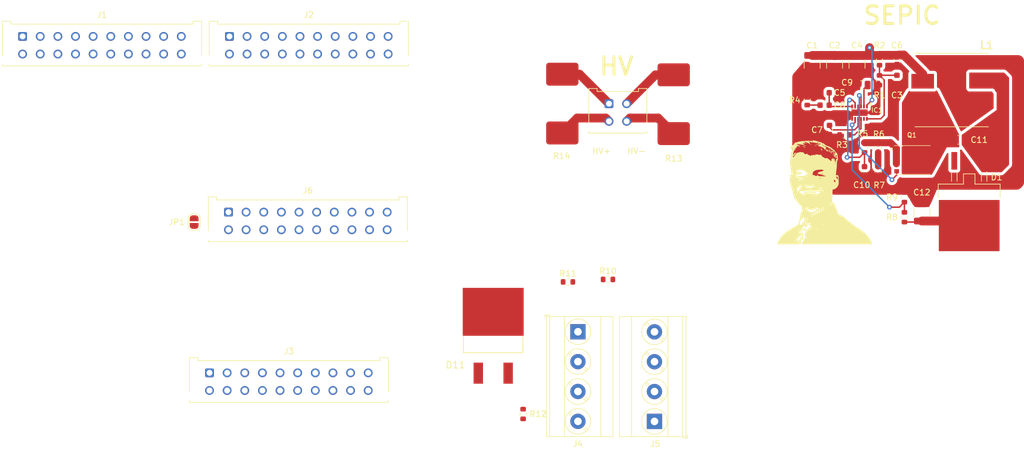
<source format=kicad_pcb>
(kicad_pcb (version 20211014) (generator pcbnew)
  (layers (0 "F.Cu" signal) (31 "B.Cu" signal) (34 "B.Paste" user) (35 "F.Paste" user) (36 "B.SilkS" user "B.Silkscreen") (37 "F.SilkS" user "F.Silkscreen") (38 "B.Mask" user) (39 "F.Mask" user) (44 "Edge.Cuts" user))
  (net 0 "")
  (net 1 "Net-(C9-Pad2)")
  (net 2 "Net-(IC1-Pad3)")
  (net 3 "GND")
  (net 4 "Net-(C10-Pad2)")
  (net 5 "/SEPIC/COMP")
  (net 6 "/SEPIC/FB")
  (net 7 "/SEPIC/SS")
  (net 8 "/SEPIC/RT")
  (net 10 "/SEPIC/UVLO")
  (net 11 "SEPIC_out")
  (net 12 "Net-(Q1-Pad1)")
  (net 13 "Net-(C11-Pad2)")
  (net 14 "RST_out")
  (net 15 "BYP_out")
  (net 16 "CHRG_in")
  (net 17 "Net-(C8-Pad2)")
  (net 18 "Net-(R6-Pad2)")
  (net 19 "Net-(C11-Pad1)")
  (net 20 "CANL_VCU1")
  (net 21 "CANH_VCU1")
  (net 22 "EM_12V")
  (net 23 "LV_mastersw_out")
  (net 24 "HV+")
  (net 25 "CANH_EM")
  (net 26 "HV-")
  (net 27 "TSALSafe_pt")
  (net 28 "TSALEnergized_pt")
  (net 29 "CANH_VCU2")
  (net 30 "CANL_VCU2")
  (net 31 "CANH_VCU3")
  (net 32 "CANL_VCU3")
  (net 33 "CANH_VCU4")
  (net 34 "CANL_VCU4")
  (net 35 "CANH_ret_VCU2")
  (net 36 "CANL_ret_VCU2")
  (net 37 "CANH_ret_VCU3")
  (net 38 "CANL_ret_VCU3")
  (net 39 "CANL_EM")
  (net 40 "BSPDTest_in")
  (net 41 "BSPDTest_out")
  (net 42 "VCUWake_out")
  (net 43 "SHDN2_out")
  (net 44 "SHDN2_in")
  (net 45 "Net-(J7-Pad3)")
  (net 46 "Net-(J7-Pad4)")
  (net 47 "LVBAT_in")
  (net 48 "CANH_Tel")
  (net 49 "CANL_Tel")
  (net 50 "CANH_ret_Tel")
  (net 51 "CANL_ret_Tel")
  (net 52 "LVBAT_sw")
  (footprint "Resistor_SMD:R_0603_1608Metric" (layer "F.Cu") (at 136.952 106)
    (fp_text reference "R11" (at 0 -1.43) (layer "F.SilkS"))
    (fp_text value "15k")
    (pad "1" smd roundrect (at -0.825 0) (size 0.8 0.95) (layers "F.Cu" "F.Paste" "F.Mask") (net 14 "RST_out"))
    (pad "2" smd roundrect (at 0.825 0) (size 0.8 0.95) (layers "F.Cu" "F.Paste" "F.Mask") (net 3 "GND"))
  )
  (footprint "Resistor_SMD:R_0603_1608Metric" (layer "F.Cu") (at 189.723 83.1401 -90)
    (fp_text reference "R6" (at -2.280416 -0.116865) (layer "F.SilkS"))
    (fp_text value "4m")
    (pad "1" smd roundrect (at -0.825 0 270) (size 0.8 0.95) (layers "F.Cu" "F.Paste" "F.Mask") (net 12 "Net-(Q1-Pad1)"))
    (pad "2" smd roundrect (at 0.825 0 270) (size 0.8 0.95) (layers "F.Cu" "F.Paste" "F.Mask") (net 18 "Net-(R6-Pad2)"))
  )
  (footprint "Connector_Molex:Molex_Micro-Fit_3.0_43045-2012_2x10_P3.00mm_Vertical" (layer "F.Cu") (at 79.192 94.128)
    (fp_text reference "J6" (at 13.5 -3.67) (layer "F.SilkS"))
    (fp_text value "20-pin MicroFit")
    (pad "" np_thru_hole circle (at -3 3.94) (size 1 1) (drill 1) (layers *.Cu *.Mask))
    (pad "" np_thru_hole circle (at 30 3.94) (size 1 1) (drill 1) (layers *.Cu *.Mask))
    (pad "1" thru_hole roundrect (at 0 0) (size 1.5 1.5) (drill 1) (layers *.Cu *.Mask) (roundrect_rratio 0.166667) (net 22 "EM_12V"))
    (pad "2" thru_hole circle (at 3 0) (size 1.5 1.5) (drill 1) (layers *.Cu *.Mask) (net 3 "GND"))
    (pad "3" thru_hole circle (at 6 0) (size 1.5 1.5) (drill 1) (layers *.Cu *.Mask) (net 25 "CANH_EM"))
    (pad "4" thru_hole circle (at 9 0) (size 1.5 1.5) (drill 1) (layers *.Cu *.Mask) (net 39 "CANL_EM"))
    (pad "5" thru_hole circle (at 12 0) (size 1.5 1.5) (drill 1) (layers *.Cu *.Mask) (net 40 "BSPDTest_in"))
    (pad "6" thru_hole circle (at 15 0) (size 1.5 1.5) (drill 1) (layers *.Cu *.Mask) (net 41 "BSPDTest_out"))
    (pad "7" thru_hole circle (at 18 0) (size 1.5 1.5) (drill 1) (layers *.Cu *.Mask) (net 11 "SEPIC_out"))
    (pad "8" thru_hole circle (at 21 0) (size 1.5 1.5) (drill 1) (layers *.Cu *.Mask) (net 14 "RST_out"))
    (pad "9" thru_hole circle (at 24 0) (size 1.5 1.5) (drill 1) (layers *.Cu *.Mask) (net 16 "CHRG_in"))
    (pad "10" thru_hole circle (at 27 0) (size 1.5 1.5) (drill 1) (layers *.Cu *.Mask) (net 11 "SEPIC_out"))
    (pad "11" thru_hole circle (at 0 3) (size 1.5 1.5) (drill 1) (layers *.Cu *.Mask) (net 42 "VCUWake_out"))
    (pad "12" thru_hole circle (at 3 3) (size 1.5 1.5) (drill 1) (layers *.Cu *.Mask) (net 43 "SHDN2_out"))
    (pad "13" thru_hole circle (at 6 3) (size 1.5 1.5) (drill 1) (layers *.Cu *.Mask) (net 44 "SHDN2_in"))
    (pad "14" thru_hole circle (at 9 3) (size 1.5 1.5) (drill 1) (layers *.Cu *.Mask) (net 20 "CANL_VCU1"))
    (pad "15" thru_hole circle (at 12 3) (size 1.5 1.5) (drill 1) (layers *.Cu *.Mask) (net 21 "CANH_VCU1"))
    (pad "16" thru_hole circle (at 15 3) (size 1.5 1.5) (drill 1) (layers *.Cu *.Mask) (net 3 "GND"))
    (pad "17" thru_hole circle (at 18 3) (size 1.5 1.5) (drill 1) (layers *.Cu *.Mask) (net 3 "GND"))
    (pad "18" thru_hole circle (at 21 3) (size 1.5 1.5) (drill 1) (layers *.Cu *.Mask) (net 3 "GND"))
    (pad "19" thru_hole circle (at 24 3) (size 1.5 1.5) (drill 1) (layers *.Cu *.Mask) (net 3 "GND"))
    (pad "20" thru_hole circle (at 27 3) (size 1.5 1.5) (drill 1) (layers *.Cu *.Mask) (net 3 "GND"))
  )
  (footprint "Connector_Molex:Molex_Micro-Fit_3.0_43045-2012_2x10_P3.00mm_Vertical" (layer "F.Cu") (at 79.356 64.229)
    (fp_text reference "J2" (at 13.5 -3.67) (layer "F.SilkS"))
    (fp_text value "Harness In B")
    (pad "" np_thru_hole circle (at 30 3.94) (size 1 1) (drill 1) (layers *.Cu *.Mask))
    (pad "" np_thru_hole circle (at -3 3.94) (size 1 1) (drill 1) (layers *.Cu *.Mask))
    (pad "1" thru_hole roundrect (at 0 0) (size 1.5 1.5) (drill 1) (layers *.Cu *.Mask) (roundrect_rratio 0.166667) (net 48 "CANH_Tel"))
    (pad "2" thru_hole circle (at 3 0) (size 1.5 1.5) (drill 1) (layers *.Cu *.Mask) (net 49 "CANL_Tel"))
    (pad "3" thru_hole circle (at 6 0) (size 1.5 1.5) (drill 1) (layers *.Cu *.Mask) (net 50 "CANH_ret_Tel"))
    (pad "4" thru_hole circle (at 9 0) (size 1.5 1.5) (drill 1) (layers *.Cu *.Mask) (net 51 "CANL_ret_Tel"))
    (pad "5" thru_hole circle (at 12 0) (size 1.5 1.5) (drill 1) (layers *.Cu *.Mask) (net 21 "CANH_VCU1"))
    (pad "6" thru_hole circle (at 15 0) (size 1.5 1.5) (drill 1) (layers *.Cu *.Mask) (net 20 "CANL_VCU1"))
    (pad "7" thru_hole circle (at 18 0) (size 1.5 1.5) (drill 1) (layers *.Cu *.Mask) (net 29 "CANH_VCU2"))
    (pad "8" thru_hole circle (at 21 0) (size 1.5 1.5) (drill 1) (layers *.Cu *.Mask) (net 30 "CANL_VCU2"))
    (pad "9" thru_hole circle (at 24 0) (size 1.5 1.5) (drill 1) (layers *.Cu *.Mask) (net 31 "CANH_VCU3"))
    (pad "10" thru_hole circle (at 27 0) (size 1.5 1.5) (drill 1) (layers *.Cu *.Mask) (net 32 "CANL_VCU3"))
    (pad "11" thru_hole circle (at 0 3) (size 1.5 1.5) (drill 1) (layers *.Cu *.Mask) (net 33 "CANH_VCU4"))
    (pad "12" thru_hole circle (at 3 3) (size 1.5 1.5) (drill 1) (layers *.Cu *.Mask) (net 34 "CANL_VCU4"))
    (pad "13" thru_hole circle (at 6 3) (size 1.5 1.5) (drill 1) (layers *.Cu *.Mask) (net 35 "CANH_ret_VCU2"))
    (pad "14" thru_hole circle (at 9 3) (size 1.5 1.5) (drill 1) (layers *.Cu *.Mask) (net 36 "CANL_ret_VCU2"))
    (pad "15" thru_hole circle (at 12 3) (size 1.5 1.5) (drill 1) (layers *.Cu *.Mask) (net 37 "CANH_ret_VCU3"))
    (pad "16" thru_hole circle (at 15 3) (size 1.5 1.5) (drill 1) (layers *.Cu *.Mask) (net 38 "CANL_ret_VCU3"))
    (pad "17" thru_hole circle (at 18 3) (size 1.5 1.5) (drill 1) (layers *.Cu *.Mask) (net 3 "GND"))
    (pad "18" thru_hole circle (at 21 3) (size 1.5 1.5) (drill 1) (layers *.Cu *.Mask) (net 40 "BSPDTest_in"))
    (pad "19" thru_hole circle (at 24 3) (size 1.5 1.5) (drill 1) (layers *.Cu *.Mask) (net 41 "BSPDTest_out"))
    (pad "20" thru_hole circle (at 27 3) (size 1.5 1.5) (drill 1) (layers *.Cu *.Mask) (net 42 "VCUWake_out"))
  )
  (footprint "Global Libraries:MBRB41H100CTT4G" (layer "F.Cu") (at 124.232 116.307 -90)
    (fp_text reference "D11" (at 3.816 4.664 180) (layer "F.SilkS") (effects (font (size 1.143 1.143) (thickness 0.152)) (justify right)))
    (fp_text value "D_Schottky" hide)
    (pad "1" smd rect (at -5.219 0 270) (size 8.153 10.369) (layers "F.Cu" "F.Paste" "F.Mask") (net 52 "LVBAT_sw"))
    (pad "2" smd rect (at 5.219 2.54 270) (size 3.581 1.6) (layers "F.Cu" "F.Paste" "F.Mask") (net 15 "BYP_out"))
    (pad "2" smd rect (at 5.219 -2.54 270) (size 3.581 1.6) (layers "F.Cu" "F.Paste" "F.Mask") (net 15 "BYP_out"))
  )
  (footprint "Capacitor_SMD:C_0603_1608Metric" (layer "F.Cu") (at 180.622 73.8121 180)
    (fp_text reference "C5" (at -2.544 0) (layer "F.SilkS"))
    (fp_text value "270p")
    (pad "1" smd roundrect (at -0.775 0 180) (size 0.9 0.95) (layers "F.Cu" "F.Paste" "F.Mask") (net 5 "/SEPIC/COMP"))
    (pad "2" smd roundrect (at 0.775 0 180) (size 0.9 0.95) (layers "F.Cu" "F.Paste" "F.Mask") (net 3 "GND"))
  )
  (footprint "Resistor_SMD:R_0603_1608Metric" (layer "F.Cu") (at 143.759 105.576)
    (fp_text reference "R10" (at 0 -1.43) (layer "F.SilkS"))
    (fp_text value "100k")
    (pad "1" smd roundrect (at -0.825 0) (size 0.8 0.95) (layers "F.Cu" "F.Paste" "F.Mask") (net 16 "CHRG_in"))
    (pad "2" smd roundrect (at 0.825 0) (size 0.8 0.95) (layers "F.Cu" "F.Paste" "F.Mask") (net 3 "GND"))
  )
  (footprint "Capacitor_SMD:C_0805_2012Metric" (layer "F.Cu") (at 186.984 72.504)
    (fp_text reference "C9" (at -2.544 -0.424) (layer "F.SilkS"))
    (fp_text value "1u")
    (pad "1" smd roundrect (at -0.95 0) (size 1 1.45) (layers "F.Cu" "F.Paste" "F.Mask") (net 3 "GND"))
    (pad "2" smd roundrect (at 0.95 0) (size 1 1.45) (layers "F.Cu" "F.Paste" "F.Mask") (net 1 "Net-(C9-Pad2)"))
  )
  (footprint "Capacitor_SMD:C_1210_3225Metric" (layer "F.Cu") (at 186.134 68.9451 -90)
    (fp_text reference "C4" (at -3.187409 0.005607) (layer "F.SilkS"))
    (fp_text value "10u")
    (pad "1" smd roundrect (at -1.475 0 270) (size 1.15 2.7) (layers "F.Cu" "F.Paste" "F.Mask") (roundrect_rratio 0.217391) (net 23 "LV_mastersw_out"))
    (pad "2" smd roundrect (at 1.475 0 270) (size 1.15 2.7) (layers "F.Cu" "F.Paste" "F.Mask") (roundrect_rratio 0.217391) (net 3 "GND"))
  )
  (footprint "Connector_Molex:Molex_Micro-Fit_3.0_43045-0412_2x02_P3.00mm_Vertical" (layer "F.Cu") (at 143.932 75.677)
    (fp_text reference "J7" hide)
    (fp_text value "4-pin MicroFit")
    (pad "" np_thru_hole circle (at -3 3.94) (size 1 1) (drill 1) (layers *.Cu *.Mask))
    (pad "" np_thru_hole circle (at 6 3.94) (size 1 1) (drill 1) (layers *.Cu *.Mask))
    (pad "1" thru_hole roundrect (at 0 0) (size 1.5 1.5) (drill 1) (layers *.Cu *.Mask) (roundrect_rratio 0.166667) (net 24 "HV+"))
    (pad "2" thru_hole circle (at 3 0) (size 1.5 1.5) (drill 1) (layers *.Cu *.Mask) (net 26 "HV-"))
    (pad "3" thru_hole circle (at 0 3) (size 1.5 1.5) (drill 1) (layers *.Cu *.Mask) (net 45 "Net-(J7-Pad3)"))
    (pad "4" thru_hole circle (at 3 3) (size 1.5 1.5) (drill 1) (layers *.Cu *.Mask) (net 46 "Net-(J7-Pad4)"))
  )
  (footprint "Resistor_SMD:R_0603_1608Metric" (layer "F.Cu") (at 194.19 91.5971 90)
    (fp_text reference "R9" (at 0 -2.12) (layer "F.SilkS"))
    (fp_text value "4k7")
    (pad "1" smd roundrect (at -0.825 0 90) (size 0.8 0.95) (layers "F.Cu" "F.Paste" "F.Mask") (net 6 "/SEPIC/FB"))
    (pad "2" smd roundrect (at 0.825 0 90) (size 0.8 0.95) (layers "F.Cu" "F.Paste" "F.Mask") (net 3 "GND"))
  )
  (footprint "Resistor_SMD:R_0603_1608Metric" (layer "F.Cu") (at 129.32 128.472 -90)
    (fp_text reference "R12" (at 0 -2.544 180) (layer "F.SilkS"))
    (fp_text value "100k")
    (pad "1" smd roundrect (at -0.825 0 270) (size 0.8 0.95) (layers "F.Cu" "F.Paste" "F.Mask") (net 15 "BYP_out"))
    (pad "2" smd roundrect (at 0.825 0 270) (size 0.8 0.95) (layers "F.Cu" "F.Paste" "F.Mask") (net 3 "GND"))
  )
  (footprint "Resistor_SMD:R_0603_1608Metric" (layer "F.Cu") (at 187.406 83.1401 -90)
    (fp_text reference "R5" (at -2.329608 0.345428) (layer "F.SilkS"))
    (fp_text value "100")
    (pad "1" smd roundrect (at -0.825 0 270) (size 0.8 0.95) (layers "F.Cu" "F.Paste" "F.Mask") (net 12 "Net-(Q1-Pad1)"))
    (pad "2" smd roundrect (at 0.825 0 270) (size 0.8 0.95) (layers "F.Cu" "F.Paste" "F.Mask") (net 4 "Net-(C10-Pad2)"))
  )
  (footprint "Resistor_SMD:R_0603_1608Metric" (layer "F.Cu") (at 194.19 94.9891 90)
    (fp_text reference "R8" (at 0 -2.12) (layer "F.SilkS"))
    (fp_text value "51k1")
    (pad "1" smd roundrect (at -0.825 0 90) (size 0.8 0.95) (layers "F.Cu" "F.Paste" "F.Mask") (net 11 "SEPIC_out"))
    (pad "2" smd roundrect (at 0.825 0 90) (size 0.8 0.95) (layers "F.Cu" "F.Paste" "F.Mask") (net 6 "/SEPIC/FB"))
  )
  (footprint "Capacitor_SMD:C_1210_3225Metric" (layer "F.Cu") (at 178.502 68.9451 -90)
    (fp_text reference "C1" (at -3.189 0) (layer "F.SilkS"))
    (fp_text value "10u")
    (pad "1" smd roundrect (at -1.475 0 270) (size 1.15 2.7) (layers "F.Cu" "F.Paste" "F.Mask") (roundrect_rratio 0.217391) (net 23 "LV_mastersw_out"))
    (pad "2" smd roundrect (at 1.475 0 270) (size 1.15 2.7) (layers "F.Cu" "F.Paste" "F.Mask") (roundrect_rratio 0.217391) (net 3 "GND"))
  )
  (footprint "Connector_Molex:Molex_Micro-Fit_3.0_43045-2012_2x10_P3.00mm_Vertical" (layer "F.Cu") (at 44.164 64.229)
    (fp_text reference "J1" (at 13.5 -3.67) (layer "F.SilkS"))
    (fp_text value "Harness In A")
    (pad "" np_thru_hole circle (at -3 3.94) (size 1 1) (drill 1) (layers *.Cu *.Mask))
    (pad "" np_thru_hole circle (at 30 3.94) (size 1 1) (drill 1) (layers *.Cu *.Mask))
    (pad "1" thru_hole roundrect (at 0 0) (size 1.5 1.5) (drill 1) (layers *.Cu *.Mask) (roundrect_rratio 0.166667) (net 47 "LVBAT_in"))
    (pad "2" thru_hole circle (at 3 0) (size 1.5 1.5) (drill 1) (layers *.Cu *.Mask) (net 47 "LVBAT_in"))
    (pad "3" thru_hole circle (at 6 0) (size 1.5 1.5) (drill 1) (layers *.Cu *.Mask) (net 47 "LVBAT_in"))
    (pad "4" thru_hole circle (at 9 0) (size 1.5 1.5) (drill 1) (layers *.Cu *.Mask) (net 47 "LVBAT_in"))
    (pad "5" thru_hole circle (at 12 0) (size 1.5 1.5) (drill 1) (layers *.Cu *.Mask) (net 47 "LVBAT_in"))
    (pad "6" thru_hole circle (at 15 0) (size 1.5 1.5) (drill 1) (layers *.Cu *.Mask) (net 23 "LV_mastersw_out"))
    (pad "7" thru_hole circle (at 18 0) (size 1.5 1.5) (drill 1) (layers *.Cu *.Mask) (net 23 "LV_mastersw_out"))
    (pad "8" thru_hole circle (at 21 0) (size 1.5 1.5) (drill 1) (layers *.Cu *.Mask) (net 23 "LV_mastersw_out"))
    (pad "9" thru_hole circle (at 24 0) (size 1.5 1.5) (drill 1) (layers *.Cu *.Mask) (net 23 "LV_mastersw_out"))
    (pad "10" thru_hole circle (at 27 0) (size 1.5 1.5) (drill 1) (layers *.Cu *.Mask) (net 23 "LV_mastersw_out"))
    (pad "11" thru_hole circle (at 0 3) (size 1.5 1.5) (drill 1) (layers *.Cu *.Mask) (net 23 "LV_mastersw_out"))
    (pad "12" thru_hole circle (at 3 3) (size 1.5 1.5) (drill 1) (layers *.Cu *.Mask) (net 44 "SHDN2_in"))
    (pad "13" thru_hole circle (at 6 3) (size 1.5 1.5) (drill 1) (layers *.Cu *.Mask) (net 43 "SHDN2_out"))
    (pad "14" thru_hole circle (at 9 3) (size 1.5 1.5) (drill 1) (layers *.Cu *.Mask) (net 14 "RST_out"))
    (pad "15" thru_hole circle (at 12 3) (size 1.5 1.5) (drill 1) (layers *.Cu *.Mask) (net 15 "BYP_out"))
    (pad "16" thru_hole circle (at 15 3) (size 1.5 1.5) (drill 1) (layers *.Cu *.Mask) (net 16 "CHRG_in"))
    (pad "17" thru_hole circle (at 18 3) (size 1.5 1.5) (drill 1) (layers *.Cu *.Mask) (net 27 "TSALSafe_pt"))
    (pad "18" thru_hole circle (at 21 3) (size 1.5 1.5) (drill 1) (layers *.Cu *.Mask) (net 28 "TSALEnergized_pt"))
    (pad "19" thru_hole circle (at 24 3) (size 1.5 1.5) (drill 1) (layers *.Cu *.Mask) (net 25 "CANH_EM"))
    (pad "20" thru_hole circle (at 27 3) (size 1.5 1.5) (drill 1) (layers *.Cu *.Mask) (net 39 "CANL_EM"))
  )
  (footprint "Capacitor_SMD:C_0805_2012Metric" (layer "F.Cu") (at 203.52 81.832 180)
    (fp_text reference "C11" (at -3.392 0 180) (layer "F.SilkS"))
    (fp_text value "9.4u")
    (pad "1" smd roundrect (at -0.95 0 180) (size 1 1.45) (layers "F.Cu" "F.Paste" "F.Mask") (net 19 "Net-(C11-Pad1)"))
    (pad "2" smd roundrect (at 0.95 0 180) (size 1 1.45) (layers "F.Cu" "F.Paste" "F.Mask") (net 13 "Net-(C11-Pad2)"))
  )
  (footprint "Capacitor_SMD:C_0603_1608Metric" (layer "F.Cu") (at 192.918 71.6191 -90)
    (fp_text reference "C3" (at 2.617 0) (layer "F.SilkS"))
    (fp_text value "100p")
    (pad "1" smd roundrect (at -0.775 0 270) (size 0.9 0.95) (layers "F.Cu" "F.Paste" "F.Mask") (net 10 "/SEPIC/UVLO"))
    (pad "2" smd roundrect (at 0.775 0 270) (size 0.9 0.95) (layers "F.Cu" "F.Paste" "F.Mask") (net 3 "GND"))
  )
  (footprint "Capacitor_SMD:C_0603_1608Metric" (layer "F.Cu") (at 187.400123 87.168312 90)
    (fp_text reference "C10" (at -2.336573 -0.467315) (layer "F.SilkS"))
    (fp_text value "100p")
    (pad "1" smd roundrect (at -0.775 0 90) (size 0.9 0.95) (layers "F.Cu" "F.Paste" "F.Mask") (net 3 "GND"))
    (pad "2" smd roundrect (at 0.775 0 90) (size 0.9 0.95) (layers "F.Cu" "F.Paste" "F.Mask") (net 4 "Net-(C10-Pad2)"))
  )
  (footprint "Global Libraries:355015KFT" (layer "F.Cu") (at 151.937411 75.765335 90)
    (fp_text reference "R13" (at -9.239665 3.018589 unlocked) (layer "F.SilkS"))
    (fp_text value "15k")
    (pad "1" smd roundrect (at -5 3 90) (size 3.9 5.5) (layers "F.Cu" "F.Paste" "F.Mask") (roundrect_rratio 0.1282051282) (net 46 "Net-(J7-Pad4)"))
    (pad "2" smd roundrect (at 5 3 90) (size 3.9 5.5) (layers "F.Cu" "F.Paste" "F.Mask") (roundrect_rratio 0.1282051282) (net 26 "HV-"))
  )
  (footprint "Resistor_SMD:R_0603_1608Metric" (layer "F.Cu") (at 189.95 71.6921 -90)
    (fp_text reference "R1" (at 2.544 0) (layer "F.SilkS"))
    (fp_text value "6k8")
    (pad "1" smd roundrect (at -0.825 0 270) (size 0.8 0.95) (layers "F.Cu" "F.Paste" "F.Mask") (net 10 "/SEPIC/UVLO"))
    (pad "2" smd roundrect (at 0.825 0 270) (size 0.8 0.95) (layers "F.Cu" "F.Paste" "F.Mask") (net 3 "GND"))
  )
  (footprint "Jumper:SolderJumper-2_P1.3mm_Open_RoundedPad1.0x1.5mm" (layer "F.Cu") (at 73.352 95.824 90)
    (fp_text reference "JP1" (at 0 -2.968 180) (layer "F.SilkS"))
    (fp_text value "Jumper")
    (pad "1" smd custom (at -0.65 0 90) (size 1 0.5) (layers "F.Cu" "F.Mask") (net 11 "SEPIC_out") (options (clearance outline) (anchor rect)) (primitives (gr_circle (center 0 0.25) (end 0.5 0.25) (width 0) (fill yes)) (gr_circle (center 0 -0.25) (end 0.5 -0.25) (width 0) (fill yes)) (gr_poly (pts (xy 0.5 0.75) (xy 0 0.75) (xy 0 -0.75) (xy 0.5 -0.75)) (width 0) (fill yes))))
    (pad "2" smd custom (at 0.65 0 90) (size 1 0.5) (layers "F.Cu" "F.Mask") (net 22 "EM_12V") (options (clearance outline) (anchor rect)) (primitives (gr_circle (center 0 0.25) (end 0.5 0.25) (width 0) (fill yes)) (gr_circle (center 0 -0.25) (end 0.5 -0.25) (width 0) (fill yes)) (gr_poly (pts (xy 0 0.75) (xy -0.5 0.75) (xy -0.5 -0.75) (xy 0 -0.75)) (width 0) (fill yes))))
  )
  (footprint "TerminalBlock_Phoenix:TerminalBlock_Phoenix_MKDS-3-4-5.08_1x04_P5.08mm_Horizontal" (layer "F.Cu") (at 151.668 129.732 90)
    (fp_text reference "J5" (at -3.828 0.124) (layer "F.SilkS"))
    (fp_text value "Screw_Terminal_01x04")
    (pad "1" thru_hole rect (at 0 0 90) (size 2.6 2.6) (drill 1.3) (layers *.Cu *.Mask) (net 3 "GND"))
    (pad "2" thru_hole circle (at 5.08 0 90) (size 2.6 2.6) (drill 1.3) (layers *.Cu *.Mask) (net 3 "GND"))
    (pad "3" thru_hole circle (at 10.16 0 90) (size 2.6 2.6) (drill 1.3) (layers *.Cu *.Mask) (net 23 "LV_mastersw_out"))
    (pad "4" thru_hole circle (at 15.24 0 90) (size 2.6 2.6) (drill 1.3) (layers *.Cu *.Mask) (net 52 "LVBAT_sw"))
  )
  (footprint "Global Libraries:WE-DD_12XX_CROSSED12" (layer "F.Cu") (at 202.248 73.352 90)
    (fp_text reference "L1" (at 7.632 5.936) (layer "F.SilkS") (effects (font (size 1.27 1.27) (thickness 0.254))))
    (fp_text value "7448700015" hide)
    (pad "1" smd rect (at 1.5 -4.95 90) (size 2.5 3.85) (layers "F.Cu" "F.Paste" "F.Mask") (net 23 "LV_mastersw_out"))
    (pad "2" smd rect (at -1.5 -4.95 90) (size 2.5 3.85) (layers "F.Cu" "F.Paste" "F.Mask") (net 13 "Net-(C11-Pad2)"))
    (pad "3" smd rect (at -1.5 4.95 90) (size 2.5 3.85) (layers "F.Cu" "F.Paste" "F.Mask") (net 3 "GND"))
    (pad "4" smd rect (at 1.5 4.95 90) (size 2.5 3.85) (layers "F.Cu" "F.Paste" "F.Mask") (net 19 "Net-(C11-Pad1)"))
  )
  (footprint "Resistor_SMD:R_0603_1608Metric" (layer "F.Cu") (at 189.723 87.1501 -90)
    (fp_text reference "R7" (at 2.403976 -0.185865) (layer "F.SilkS"))
    (fp_text value "4m")
    (pad "1" smd roundrect (at -0.825 0 270) (size 0.8 0.95) (layers "F.Cu" "F.Paste" "F.Mask") (net 18 "Net-(R6-Pad2)"))
    (pad "2" smd roundrect (at 0.825 0 270) (size 0.8 0.95) (layers "F.Cu" "F.Paste" "F.Mask") (net 3 "GND"))
  )
  (footprint "Global Libraries:355015KFT" (layer "F.Cu") (at 132.9885 75.6585 90)
    (fp_text reference "R14" (at -8.9225 2.8875 unlocked) (layer "F.SilkS"))
    (fp_text value "15k")
    (pad "1" smd roundrect (at -5 3 90) (size 3.9 5.5) (layers "F.Cu" "F.Paste" "F.Mask") (roundrect_rratio 0.1282051282) (net 45 "Net-(J7-Pad3)"))
    (pad "2" smd roundrect (at 5 3 90) (size 3.9 5.5) (layers "F.Cu" "F.Paste" "F.Mask") (roundrect_rratio 0.1282051282) (net 24 "HV+"))
  )
  (footprint "Resistor_SMD:R_0603_1608Metric" (layer "F.Cu") (at 177.654 75.0841 90)
    (fp_text reference "R4" (at 0 -2.12) (layer "F.SilkS"))
    (fp_text value "10k")
    (pad "1" smd roundrect (at -0.825 0 90) (size 0.8 0.95) (layers "F.Cu" "F.Paste" "F.Mask") (net 17 "Net-(C8-Pad2)"))
    (pad "2" smd roundrect (at 0.825 0 90) (size 0.8 0.95) (layers "F.Cu" "F.Paste" "F.Mask") (net 3 "GND"))
  )
  (footprint "Connector_Molex:Molex_Micro-Fit_3.0_43045-2012_2x10_P3.00mm_Vertical" (layer "F.Cu") (at 75.964 121.469)
    (fp_text reference "J3" (at 13.5 -3.67) (layer "F.SilkS"))
    (fp_text value "Harness Out")
    (pad "" np_thru_hole circle (at 30 3.94) (size 1 1) (drill 1) (layers *.Cu *.Mask))
    (pad "" np_thru_hole circle (at -3 3.94) (size 1 1) (drill 1) (layers *.Cu *.Mask))
    (pad "1" thru_hole roundrect (at 0 0) (size 1.5 1.5) (drill 1) (layers *.Cu *.Mask) (roundrect_rratio 0.166667) (net 23 "LV_mastersw_out"))
    (pad "2" thru_hole circle (at 3 0) (size 1.5 1.5) (drill 1) (layers *.Cu *.Mask) (net 23 "LV_mastersw_out"))
    (pad "3" thru_hole circle (at 6 0) (size 1.5 1.5) (drill 1) (layers *.Cu *.Mask) (net 23 "LV_mastersw_out"))
    (pad "4" thru_hole circle (at 9 0) (size 1.5 1.5) (drill 1) (layers *.Cu *.Mask) (net 23 "LV_mastersw_out"))
    (pad "5" thru_hole circle (at 12 0) (size 1.5 1.5) (drill 1) (layers *.Cu *.Mask) (net 23 "LV_mastersw_out"))
    (pad "6" thru_hole circle (at 15 0) (size 1.5 1.5) (drill 1) (layers *.Cu *.Mask) (net 27 "TSALSafe_pt"))
    (pad "7" thru_hole circle (at 18 0) (size 1.5 1.5) (drill 1) (layers *.Cu *.Mask) (net 28 "TSALEnergized_pt"))
    (pad "8" thru_hole circle (at 21 0) (size 1.5 1.5) (drill 1) (layers *.Cu *.Mask) (net 21 "CANH_VCU1"))
    (pad "9" thru_hole circle (at 24 0) (size 1.5 1.5) (drill 1) (layers *.Cu *.Mask) (net 20 "CANL_VCU1"))
    (pad "10" thru_hole circle (at 27 0) (size 1.5 1.5) (drill 1) (layers *.Cu *.Mask) (net 29 "CANH_VCU2"))
    (pad "11" thru_hole circle (at 0 3) (size 1.5 1.5) (drill 1) (layers *.Cu *.Mask) (net 30 "CANL_VCU2"))
    (pad "12" thru_hole circle (at 3 3) (size 1.5 1.5) (drill 1) (layers *.Cu *.Mask) (net 31 "CANH_VCU3"))
    (pad "13" thru_hole circle (at 6 3) (size 1.5 1.5) (drill 1) (layers *.Cu *.Mask) (net 32 "CANL_VCU3"))
    (pad "14" thru_hole circle (at 9 3) (size 1.5 1.5) (drill 1) (layers *.Cu *.Mask) (net 33 "CANH_VCU4"))
    (pad "15" thru_hole circle (at 12 3) (size 1.5 1.5) (drill 1) (layers *.Cu *.Mask) (net 34 "CANL_VCU4"))
    (pad "16" thru_hole circle (at 15 3) (size 1.5 1.5) (drill 1) (layers *.Cu *.Mask) (net 35 "CANH_ret_VCU2"))
    (pad "17" thru_hole circle (at 18 3) (size 1.5 1.5) (drill 1) (layers *.Cu *.Mask) (net 36 "CANL_ret_VCU2"))
    (pad "18" thru_hole circle (at 21 3) (size 1.5 1.5) (drill 1) (layers *.Cu *.Mask) (net 37 "CANH_ret_VCU3"))
    (pad "19" thru_hole circle (at 24 3) (size 1.5 1.5) (drill 1) (layers *.Cu *.Mask) (net 38 "CANL_ret_VCU3"))
    (pad "20" thru_hole circle (at 27 3) (size 1.5 1.5) (drill 1) (layers *.Cu *.Mask) (net 3 "GND"))
  )
  (footprint "Capacitor_SMD:C_1210_3225Metric" (layer "F.Cu") (at 197.158 94.1641 90)
    (fp_text reference "C12" (at 3.392 0) (layer "F.SilkS"))
    (fp_text value "66u")
    (pad "1" smd roundrect (at -1.475 0 90) (size 1.15 2.7) (layers "F.Cu" "F.Paste" "F.Mask") (roundrect_rratio 0.217391) (net 11 "SEPIC_out"))
    (pad "2" smd roundrect (at 1.475 0 90) (size 1.15 2.7) (layers "F.Cu" "F.Paste" "F.Mask") (roundrect_rratio 0.217391) (net 3 "GND"))
  )
  (footprint "Resistor_SMD:R_0603_1608Metric" (layer "F.Cu") (at 189.95 68.3001 -90)
    (fp_text reference "R2" (at -2.544 0) (layer "F.SilkS"))
    (fp_text value "34k8")
    (pad "1" smd roundrect (at -0.825 0 270) (size 0.8 0.95) (layers "F.Cu" "F.Paste" "F.Mask") (net 23 "LV_mastersw_out"))
    (pad "2" smd roundrect (at 0.825 0 270) (size 0.8 0.95) (layers "F.Cu" "F.Paste" "F.Mask") (net 10 "/SEPIC/UVLO"))
  )
  (footprint "Resistor_SMD:R_0603_1608Metric" (layer "F.Cu") (at 183.991 80.984)
    (fp_text reference "R3" (at -0.424 1.696) (layer "F.SilkS"))
    (fp_text value "17k8")
    (pad "1" smd roundrect (at -0.825 0) (size 0.8 0.95) (layers "F.Cu" "F.Paste" "F.Mask") (net 3 "GND"))
    (pad "2" smd roundrect (at 0.825 0) (size 0.8 0.95) (layers "F.Cu" "F.Paste" "F.Mask") (net 8 "/SEPIC/RT"))
  )
  (footprint "Capacitor_SMD:C_1210_3225Metric" (layer "F.Cu") (at 182.318 68.9451 -90)
    (fp_text reference "C2" (at -3.187409 0.005607) (layer "F.SilkS"))
    (fp_text value "10u")
    (pad "1" smd roundrect (at -1.475 0 270) (size 1.15 2.7) (layers "F.Cu" "F.Paste" "F.Mask") (roundrect_rratio 0.217391) (net 23 "LV_mastersw_out"))
    (pad "2" smd roundrect (at 1.475 0 270) (size 1.15 2.7) (layers "F.Cu" "F.Paste" "F.Mask") (roundrect_rratio 0.217391) (net 3 "GND"))
  )
  (footprint "Global Libraries:CSD19531Q5AT" (layer "F.Cu") (at 195.322 85.2601 180)
    (fp_text reference "Q1" (at -0.14 4.24) (layer "F.SilkS") (effects (font (size 0.8 0.8) (thickness 0.125))))
    (fp_text value "CSD18537NQ5A" hide)
    (pad "1" smd rect (at 2.451 1.905 180) (size 0.8 0.7) (layers "F.Cu" "F.Paste" "F.Mask") (net 12 "Net-(Q1-Pad1)"))
    (pad "2" smd rect (at 2.451 0.635 180) (size 0.8 0.7) (layers "F.Cu" "F.Paste" "F.Mask") (net 12 "Net-(Q1-Pad1)"))
    (pad "3" smd rect (at 2.451 -0.635 180) (size 0.8 0.7) (layers "F.Cu" "F.Paste" "F.Mask") (net 12 "Net-(Q1-Pad1)"))
    (pad "4" smd rect (at 2.451 -1.905 180) (size 0.8 0.7) (layers "F.Cu" "F.Paste" "F.Mask") (net 2 "Net-(IC1-Pad3)"))
    (pad "5" smd rect (at -3.064 -1.905 180) (size 0.68 0.7) (layers "F.Cu" "F.Paste" "F.Mask") (net 13 "Net-(C11-Pad2)"))
    (pad "6" smd rect (at -3.064 -0.635 180) (size 0.68 0.7) (layers "F.Cu" "F.Paste" "F.Mask") (net 13 "Net-(C11-Pad2)"))
    (pad "7" smd rect (at -3.064 0.635 180) (size 0.68 0.7) (layers "F.Cu" "F.Paste" "F.Mask") (net 13 "Net-(C11-Pad2)"))
    (pad "8" smd rect (at -3.064 1.905 180) (size 0.68 0.7) (layers "F.Cu" "F.Paste" "F.Mask") (net 13 "Net-(C11-Pad2)"))
    (pad "9" smd rect (at -0.564 0 180) (size 4.32 4.51) (layers "F.Cu" "F.Paste" "F.Mask"))
  )
  (footprint "Capacitor_SMD:C_0603_1608Metric" (layer "F.Cu") (at 180.622 75.9321 180)
    (fp_text reference "C8" (at -2.544 0) (layer "F.SilkS"))
    (fp_text value "6.8n")
    (pad "1" smd roundrect (at -0.775 0 180) (size 0.9 0.95) (layers "F.Cu" "F.Paste" "F.Mask") (net 5 "/SEPIC/COMP"))
    (pad "2" smd roundrect (at 0.775 0 180) (size 0.9 0.95) (layers "F.Cu" "F.Paste" "F.Mask") (net 17 "Net-(C8-Pad2)"))
  )
  (footprint "Global Libraries:rylan" (layer "F.Cu") (at 178.688716 89.600266)
    (fp_text reference "G***" hide)
    (fp_text value "LOGO" hide)
  )
  (footprint "Global Libraries:STPS20M100SG-TR" (layer "F.Cu") (at 205.214 94.1641 180)
    (fp_text reference "D1" (at -4.666 5.9721) (layer "F.SilkS"))
    (fp_text value "STPS20M100SG-TR" hide)
    (pad "1" smd rect (at -2.54 8.763 180) (size 0.9906 2.9972) (layers "F.Cu" "F.Paste" "F.Mask") (net 19 "Net-(C11-Pad1)"))
    (pad "2" smd rect (at 2.54 8.763 180) (size 0.9906 2.9972) (layers "F.Cu" "F.Paste" "F.Mask"))
    (pad "3" smd rect (at 0 -2.2479 180) (size 10.3378 8.7122) (layers "F.Cu" "F.Paste" "F.Mask") (net 11 "SEPIC_out"))
  )
  (footprint "Global Libraries:SON50P200X300X80-13N-D" (layer "F.Cu") (at 186.558 77.2041 -90)
    (fp_text reference "IC1" (at -0.424 -2.968) (layer "F.SilkS") (effects (font (size 0.8 0.8) (thickness 0.125))))
    (fp_text value "LM5155DSSR" hide)
    (pad "1" smd rect (at -1.05 -1.25) (size 0.3 0.65) (layers "F.Cu" "F.Paste" "F.Mask") (net 23 "LV_mastersw_out"))
    (pad "2" smd rect (at -1.05 -0.75) (size 0.3 0.65) (layers "F.Cu" "F.Paste" "F.Mask") (net 1 "Net-(C9-Pad2)"))
    (pad "3" smd rect (at -1.05 -0.25) (size 0.3 0.65) (layers "F.Cu" "F.Paste" "F.Mask") (net 2 "Net-(IC1-Pad3)"))
    (pad "4" smd rect (at -1.05 0.25) (size 0.3 0.65) (layers "F.Cu" "F.Paste" "F.Mask") (net 3 "GND"))
    (pad "5" smd rect (at -1.05 0.75) (size 0.3 0.65) (layers "F.Cu" "F.Paste" "F.Mask") (net 4 "Net-(C10-Pad2)"))
    (pad "6" smd rect (at -1.05 1.25) (size 0.3 0.65) (layers "F.Cu" "F.Paste" "F.Mask") (net 5 "/SEPIC/COMP"))
    (pad "7" smd rect (at 1.05 1.25) (size 0.3 0.65) (layers "F.Cu" "F.Paste" "F.Mask") (net 3 "GND"))
    (pad "8" smd rect (at 1.05 0.75) (size 0.3 0.65) (layers "F.Cu" "F.Paste" "F.Mask") (net 6 "/SEPIC/FB"))
    (pad "9" smd rect (at 1.05 0.25) (size 0.3 0.65) (layers "F.Cu" "F.Paste" "F.Mask") (net 7 "/SEPIC/SS"))
    (pad "10" smd rect (at 1.05 -0.25) (size 0.3 0.65) (layers "F.Cu" "F.Paste" "F.Mask") (net 8 "/SEPIC/RT"))
    (pad "11" smd rect (at 1.05 -0.75) (size 0.3 0.65) (layers "F.Cu" "F.Paste" "F.Mask"))
    (pad "12" smd rect (at 1.05 -1.25) (size 0.3 0.65) (layers "F.Cu" "F.Paste" "F.Mask") (net 10 "/SEPIC/UVLO"))
    (pad "13" smd rect (at 0 0 270) (size 1.1 2.75) (layers "F.Cu" "F.Paste" "F.Mask") (net 3 "GND"))
  )
  (footprint "Capacitor_SMD:C_0603_1608Metric" (layer "F.Cu") (at 192.918 68.2271 -90)
    (fp_text reference "C6" (at -2.471 0) (layer "F.SilkS"))
    (fp_text value "100n")
    (pad "1" smd roundrect (at -0.775 0 270) (size 0.9 0.95) (layers "F.Cu" "F.Paste" "F.Mask") (net 23 "LV_mastersw_out"))
    (pad "2" smd roundrect (at 0.775 0 270) (size 0.9 0.95) (layers "F.Cu" "F.Paste" "F.Mask") (net 3 "GND"))
  )
  (footprint "Capacitor_SMD:C_0603_1608Metric" (layer "F.Cu") (at 181.447 80.136 -90)
    (fp_text reference "C7" (at 0 2.12) (layer "F.SilkS"))
    (fp_text value "220n")
    (pad "1" smd roundrect (at -0.775 0 270) (size 0.9 0.95) (layers "F.Cu" "F.Paste" "F.Mask") (net 7 "/SEPIC/SS"))
    (pad "2" smd roundrect (at 0.775 0 270) (size 0.9 0.95) (layers "F.Cu" "F.Paste" "F.Mask") (net 3 "GND"))
  )
  (footprint "TerminalBlock_Phoenix:TerminalBlock_Phoenix_MKDS-3-4-5.08_1x04_P5.08mm_Horizontal" (layer "F.Cu") (at 138.648 114.48 -90)
    (fp_text reference "J4" (at 19.08 0) (layer "F.SilkS"))
    (fp_text value "Screw_Terminal_01x04")
    (pad "1" thru_hole rect (at 0 0 270) (size 2.6 2.6) (drill 1.3) (layers *.Cu *.Mask) (net 52 "LVBAT_sw"))
    (pad "2" thru_hole circle (at 5.08 0 270) (size 2.6 2.6) (drill 1.3) (layers *.Cu *.Mask) (net 15 "BYP_out"))
    (pad "3" thru_hole circle (at 10.16 0 270) (size 2.6 2.6) (drill 1.3) (layers *.Cu *.Mask) (net 47 "LVBAT_in"))
    (pad "4" thru_hole circle (at 15.24 0 270) (size 2.6 2.6) (drill 1.3) (layers *.Cu *.Mask) (net 3 "GND"))
  )
  (gr_text "HV-" (at 148.596 83.733) (layer "F.SilkS") (effects (font (size 1 1))))
  (gr_text "SEPIC" (at 193.766 60.6681) (layer "F.SilkS") (effects (font (size 3 3) (thickness 0.5))))
  (gr_text "HV+" (at 142.66 83.733) (layer "F.SilkS") (effects (font (size 1 1))))
  (gr_text "HV" (at 145.204 69.317) (layer "F.SilkS") (effects (font (size 3 3) (thickness 0.5))))
  (segment (start 187.308 76.1541) (end 187.308 73.13) (width 0.25) (layer "F.Cu") (net 1))
  (segment (start 187.308 73.13) (end 187.934 72.504) (width 0.25) (layer "F.Cu") (net 1))
  (segment (start 186.808 76.1541) (end 186.808 74.500928) (width 0.25) (layer "F.Cu") (net 2))
  (segment (start 192.871 87.1651) (end 192.871 87.817) (width 0.25) (layer "F.Cu") (net 2))
  (segment (start 186.808 74.500928) (end 186.513656 74.279458) (width 0.25) (layer "F.Cu") (net 2))
  (segment (start 186.513656 74.279458) (end 186.550093 74.243021) (width 0.25) (layer "F.Cu") (net 2))
  (segment (start 192.871 87.817) (end 192.072 88.616) (width 0.25) (layer "F.Cu") (net 2))
  (via (at 192.072 88.616) (size 0.8) (drill 0.4) (layers "F.Cu" "B.Cu") (net 2))
  (via (at 186.513656 74.279458) (size 0.8) (drill 0.4) (layers "F.Cu" "B.Cu") (net 2))
  (segment (start 186.513656 74.279458) (end 186.513656 83.057656) (width 0.25) (layer "B.Cu") (net 2))
  (segment (start 186.513656 83.057656) (end 192.072 88.616) (width 0.25) (layer "B.Cu") (net 2))
  (segment (start 185.733 77.2041) (end 186.558 77.2041) (width 0.25) (layer "F.Cu") (net 3))
  (segment (start 185.308 77.6291) (end 185.733 77.2041) (width 0.25) (layer "F.Cu") (net 3))
  (segment (start 185.308 78.2541) (end 185.308 77.6291) (width 0.25) (layer "F.Cu") (net 3))
  (segment (start 186.308 76.1541) (end 186.308 76.9541) (width 0.25) (layer "F.Cu") (net 3))
  (segment (start 186.308 76.9541) (end 186.558 77.2041) (width 0.25) (layer "F.Cu") (net 3))
  (segment (start 187.400123 83.970977) (end 187.406 83.9651) (width 0.25) (layer "F.Cu") (net 4))
  (segment (start 185.808 75.5291) (end 185.3269 75.048) (width 0.25) (layer "F.Cu") (net 4))
  (segment (start 184.44 84.8) (end 186.5711 84.8) (width 0.25) (layer "F.Cu") (net 4))
  (segment (start 187.400123 86.393312) (end 187.400123 83.970977) (width 0.25) (layer "F.Cu") (net 4))
  (segment (start 185.808 76.1541) (end 185.808 75.5291) (width 0.25) (layer "F.Cu") (net 4))
  (segment (start 186.5711 84.8) (end 187.406 83.9651) (width 0.25) (layer "F.Cu") (net 4))
  (segment (start 185.3269 75.048) (end 184.864 75.048) (width 0.25) (layer "F.Cu") (net 4))
  (via (at 184.44 84.8) (size 0.8) (drill 0.4) (layers "F.Cu" "B.Cu") (net 4))
  (via (at 184.864 75.048) (size 0.8) (drill 0.4) (layers "F.Cu" "B.Cu") (net 4))
  (segment (start 184.864 75.048) (end 184.563 75.349) (width 0.25) (layer "B.Cu") (net 4))
  (segment (start 184.563 84.677) (end 184.44 84.8) (width 0.25) (layer "B.Cu") (net 4))
  (segment (start 184.563 75.349) (end 184.563 84.677) (width 0.25) (layer "B.Cu") (net 4))
  (segment (start 181.397 73.8121) (end 181.397 75.9321) (width 0.25) (layer "F.Cu") (net 5))
  (segment (start 181.397 75.9321) (end 181.619 76.1541) (width 0.25) (layer "F.Cu") (net 5))
  (segment (start 181.619 76.1541) (end 185.308 76.1541) (width 0.25) (layer "F.Cu") (net 5))
  (segment (start 185.3491 79.288) (end 185.288 79.288) (width 0.25) (layer "F.Cu") (net 6))
  (segment (start 185.808 78.8291) (end 185.3491 79.288) (width 0.25) (layer "F.Cu") (net 6))
  (segment (start 185.808 78.2541) (end 185.808 78.8291) (width 0.25) (layer "F.Cu") (net 6))
  (segment (start 194.19 92.4221) (end 194.19 94.1641) (width 0.25) (layer "F.Cu") (net 6))
  (segment (start 191.648 93.28) (end 193.3321 93.28) (width 0.25) (layer "F.Cu") (net 6))
  (segment (start 193.3321 93.28) (end 194.19 92.4221) (width 0.25) (layer "F.Cu") (net 6))
  (via (at 191.648 93.28) (size 0.8) (drill 0.4) (layers "F.Cu" "B.Cu") (net 6))
  (via (at 185.288 79.288) (size 0.8) (drill 0.4) (layers "F.Cu" "B.Cu") (net 6))
  (segment (start 185.288 86.92) (end 191.648 93.28) (width 0.25) (layer "B.Cu") (net 6))
  (segment (start 185.288 79.288) (end 185.288 86.92) (width 0.25) (layer "B.Cu") (net 6))
  (segment (start 185.712 80.136) (end 186.308 79.54) (width 0.25) (layer "F.Cu") (net 7))
  (segment (start 181.447 79.361) (end 181.447 79.687) (width 0.25) (layer "F.Cu") (net 7))
  (segment (start 181.447 79.687) (end 181.896 80.136) (width 0.25) (layer "F.Cu") (net 7))
  (segment (start 186.308 79.54) (end 186.308 78.2541) (width 0.25) (layer "F.Cu") (net 7))
  (segment (start 181.896 80.136) (end 185.712 80.136) (width 0.25) (layer "F.Cu") (net 7))
  (segment (start 186.808 79.888) (end 185.712 80.984) (width 0.25) (layer "F.Cu") (net 8))
  (segment (start 185.712 80.984) (end 184.816 80.984) (width 0.25) (layer "F.Cu") (net 8))
  (segment (start 186.808 78.2541) (end 186.808 79.888) (width 0.25) (layer "F.Cu") (net 8))
  (segment (start 190.1379 78.2541) (end 187.808 78.2541) (width 0.25) (layer "F.Cu") (net 10))
  (segment (start 192.918 70.8441) (end 189.973 70.8441) (width 0.25) (layer "F.Cu") (net 10))
  (segment (start 190.75 71.6671) (end 190.75 77.642) (width 0.25) (layer "F.Cu") (net 10))
  (segment (start 189.95 70.8671) (end 190.75 71.6671) (width 0.25) (layer "F.Cu") (net 10))
  (segment (start 189.973 70.8441) (end 189.95 70.8671) (width 0.25) (layer "F.Cu") (net 10))
  (segment (start 190.75 77.642) (end 190.1379 78.2541) (width 0.25) (layer "F.Cu") (net 10))
  (segment (start 189.95 69.1251) (end 189.95 70.8671) (width 0.25) (layer "F.Cu") (net 10))
  (segment (start 196.983 95.8141) (end 197.158 95.6391) (width 0.25) (layer "F.Cu") (net 11))
  (segment (start 194.19 95.8141) (end 196.983 95.8141) (width 0.25) (layer "F.Cu") (net 11))
  (segment (start 197.158 95.6391) (end 204.4411 95.6391) (width 1.5) (layer "F.Cu") (net 11))
  (segment (start 204.4411 95.6391) (end 205.214 96.412) (width 1.5) (layer "F.Cu") (net 11))
  (segment (start 191.831 82.3151) (end 192.826 83.3101) (width 1.2) (layer "F.Cu") (net 12))
  (segment (start 189.723 82.3151) (end 191.831 82.3151) (width 1.2) (layer "F.Cu") (net 12))
  (segment (start 187.406 82.3151) (end 189.723 82.3151) (width 1.2) (layer "F.Cu") (net 12))
  (segment (start 192.826 83.3101) (end 192.826 85.8951) (width 1.2) (layer "F.Cu") (net 12))
  (segment (start 179.824 75.9091) (end 179.847 75.9321) (width 0.25) (layer "F.Cu") (net 17))
  (segment (start 177.654 75.9091) (end 179.824 75.9091) (width 0.25) (layer "F.Cu") (net 17))
  (segment (start 189.723 83.9651) (end 189.723 86.3251) (width 1.1) (layer "F.Cu") (net 18))
  (segment (start 194.093 67.4021) (end 193.237544 67.4021) (width 1.5) (layer "F.Cu") (net 23))
  (segment (start 197.298 70.6071) (end 194.093 67.4021) (width 1.5) (layer "F.Cu") (net 23))
  (segment (start 187.808 75.92) (end 188.68 75.048) (width 0.25) (layer "F.Cu") (net 23))
  (segment (start 188.256 66.992) (end 188.7391 67.4751) (width 1.5) (layer "F.Cu") (net 23))
  (segment (start 189.973 67.4521) (end 189.95 67.4751) (width 1.5) (layer "F.Cu") (net 23))
  (segment (start 182.323 67.4751) (end 182.318 67.4701) (width 1.5) (layer "F.Cu") (net 23))
  (segment (start 187.808 76.1541) (end 187.808 75.92) (width 0.25) (layer "F.Cu") (net 23))
  (segment (start 188.7391 67.4751) (end 182.323 67.4751) (width 1.5) (layer "F.Cu") (net 23))
  (segment (start 197.298 71.852) (end 197.298 70.6071) (width 1.5) (layer "F.Cu") (net 23))
  (segment (start 192.918 67.4521) (end 189.973 67.4521) (width 1.5) (layer "F.Cu") (net 23))
  (segment (start 182.318 67.4701) (end 178.502 67.4701) (width 1.5) (layer "F.Cu") (net 23))
  (segment (start 188.256 66.144) (end 188.256 66.992) (width 1.5) (layer "F.Cu") (net 23))
  (segment (start 189.95 67.4751) (end 188.7391 67.4751) (width 1.5) (layer "F.Cu") (net 23))
  (via (at 188.68 75.048) (size 0.8) (drill 0.4) (layers "F.Cu" "B.Cu") (net 23))
  (via (at 188.256 66.144) (size 0.8) (drill 0.4) (layers "F.Cu" "B.Cu") (net 23))
  (segment (start 188.68 75.048) (end 188.68 66.568) (width 0.25) (layer "B.Cu") (net 23))
  (segment (start 188.68 66.568) (end 188.256 66.144) (width 0.25) (layer "B.Cu") (net 23))
  (segment (start 135.9885 70.6585) (end 138.9135 70.6585) (width 1.5) (layer "F.Cu") (net 24))
  (segment (start 138.9135 70.6585) (end 143.932 75.677) (width 1.5) (layer "F.Cu") (net 24))
  (segment (start 151.843665 70.765335) (end 146.932 75.677) (width 1.5) (layer "F.Cu") (net 26))
  (segment (start 154.937411 70.765335) (end 151.843665 70.765335) (width 1.5) (layer "F.Cu") (net 26))
  (segment (start 135.9885 80.6585) (end 138.530001 78.116999) (width 1.5) (layer "F.Cu") (net 45))
  (segment (start 143.371999 78.116999) (end 143.932 78.677) (width 1.5) (layer "F.Cu") (net 45))
  (segment (start 138.530001 78.116999) (end 143.371999 78.116999) (width 1.5) (layer "F.Cu") (net 45))
  (segment (start 152.289075 78.116999) (end 154.937411 80.765335) (width 1.5) (layer "F.Cu") (net 46))
  (segment (start 147.492001 78.116999) (end 152.289075 78.116999) (width 1.5) (layer "F.Cu") (net 46))
  (segment (start 146.932 78.677) (end 147.492001 78.116999) (width 1.5) (layer "F.Cu") (net 46))
  (zone (net 13) (net_name "Net-(C11-Pad2)") (layer "F.Cu") (priority 1) (connect_pads yes (clearance 0.508)) (min_thickness 0.254) (fill yes (thermal_gap 0.508) (thermal_bridge_width 0.508))
    (polygon (pts (xy 203.52 80.984) (xy 203.52 83.104) (xy 201.4 83.104) (xy 198.856 87.768) (xy 193.768 87.768) (xy 193.768 75.472) (xy 195.04 73.352) (xy 199.704 73.352)))
  )
  (zone (net 3) (net_name "GND") (layer "F.Cu") (connect_pads yes (clearance 0.508)) (min_thickness 0.254) (fill yes (thermal_gap 0.508) (thermal_bridge_width 0.508) (smoothing fillet) (radius 1))
    (polygon (pts (xy 214.544 67.416) (xy 214.544 89.464) (xy 213.696 90.312) (xy 199.704 90.312) (xy 198.432 93.28) (xy 195.888 93.28) (xy 194.616 91.16) (xy 181.896 91.16) (xy 175.112 84.8) (xy 175.112 70.808) (xy 178.08 67.416) (xy 209.88 67.416)))
  )
  (zone (net 19) (net_name "Net-(C11-Pad1)") (layer "F.Cu") (priority 1) (connect_pads yes (clearance 0.508)) (min_thickness 0.254) (fill yes (thermal_gap 0.508) (thermal_bridge_width 0.508))
    (polygon (pts (xy 212 71.232) (xy 212 86.072) (xy 210.728 87.344) (xy 207.336 87.344) (xy 203.944 82.68) (xy 203.944 80.984) (xy 209.88 76.744) (xy 209.88 73.776) (xy 209.456 73.352) (xy 205.216 73.352) (xy 205.216 70.384) (xy 211.152 70.384)))
  )
)
</source>
